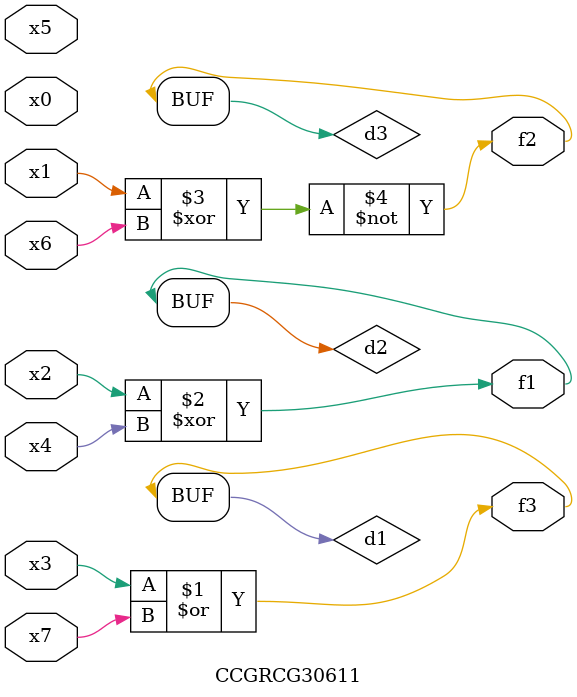
<source format=v>
module CCGRCG30611(
	input x0, x1, x2, x3, x4, x5, x6, x7,
	output f1, f2, f3
);

	wire d1, d2, d3;

	or (d1, x3, x7);
	xor (d2, x2, x4);
	xnor (d3, x1, x6);
	assign f1 = d2;
	assign f2 = d3;
	assign f3 = d1;
endmodule

</source>
